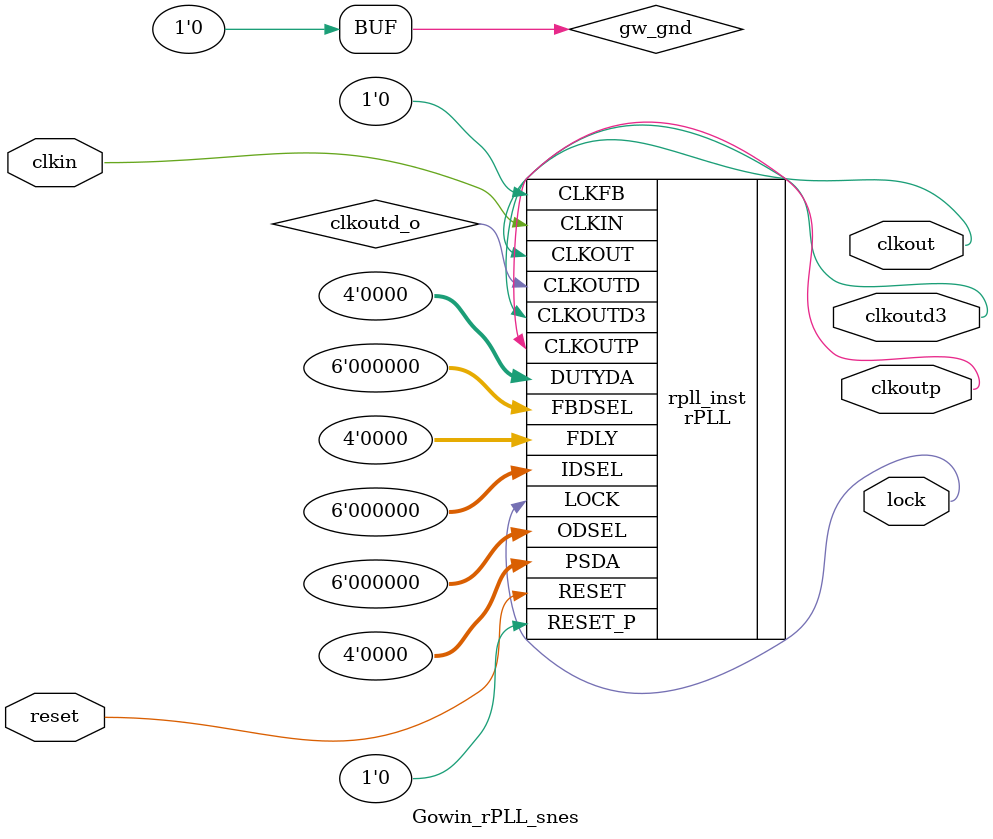
<source format=v>

module Gowin_rPLL_snes (
    output clkout, output clkoutd3, output clkoutp, output lock, input reset, input clkin);

wire clkoutd_o;
//wire clkoutd3_o;
wire gw_gnd;

assign gw_gnd = 1'b0;

rPLL rpll_inst (
    .CLKOUT(clkout),
    .LOCK(lock),
    .CLKOUTP(clkoutp),
    .CLKOUTD(clkoutd_o),
    .CLKOUTD3(clkoutd3),
    .RESET(reset),
    .RESET_P(gw_gnd),
    .CLKIN(clkin),
    .CLKFB(gw_gnd),
    .FBDSEL({gw_gnd,gw_gnd,gw_gnd,gw_gnd,gw_gnd,gw_gnd}),
    .IDSEL({gw_gnd,gw_gnd,gw_gnd,gw_gnd,gw_gnd,gw_gnd}),
    .ODSEL({gw_gnd,gw_gnd,gw_gnd,gw_gnd,gw_gnd,gw_gnd}),
    .PSDA({gw_gnd,gw_gnd,gw_gnd,gw_gnd}),
    .DUTYDA({gw_gnd,gw_gnd,gw_gnd,gw_gnd}),
    .FDLY({gw_gnd,gw_gnd,gw_gnd,gw_gnd})
);

// Target main clock: 21.477 * 5 = 107.385 Mhz

// 27 -> 27 Mhz, 1% off
//defparam rpll_inst.FBDIV_SEL = 0;
//defparam rpll_inst.IDIV_SEL = 0;
//defparam rpll_inst.ODIV_SEL = 32;

// 27 -> 108 Mhz, 0.6% deviation
//defparam rpll_inst.FBDIV_SEL = 3;
//defparam rpll_inst.IDIV_SEL = 0;
//defparam rpll_inst.ODIV_SEL = 8;

// 27 -> 64.125 Mhz (~64.431), -0.475% deviation
defparam rpll_inst.FBDIV_SEL = 18;
defparam rpll_inst.IDIV_SEL = 7;
defparam rpll_inst.ODIV_SEL = 8;


defparam rpll_inst.FCLKIN = "27";
defparam rpll_inst.DYN_IDIV_SEL = "false";
defparam rpll_inst.DYN_FBDIV_SEL = "false";
defparam rpll_inst.DYN_ODIV_SEL = "false";
defparam rpll_inst.PSDA_SEL = "1000";
defparam rpll_inst.DYN_DA_EN = "false";
defparam rpll_inst.DUTYDA_SEL = "1000";
defparam rpll_inst.CLKOUT_FT_DIR = 1'b1;
defparam rpll_inst.CLKOUTP_FT_DIR = 1'b1;
defparam rpll_inst.CLKOUT_DLY_STEP = 0;
defparam rpll_inst.CLKOUTP_DLY_STEP = 0;
defparam rpll_inst.CLKFB_SEL = "internal";
defparam rpll_inst.CLKOUT_BYPASS = "false";
defparam rpll_inst.CLKOUTP_BYPASS = "false";
defparam rpll_inst.CLKOUTD_BYPASS = "false";
defparam rpll_inst.DYN_SDIV_SEL = 2;
defparam rpll_inst.CLKOUTD_SRC = "CLKOUT";
defparam rpll_inst.CLKOUTD3_SRC = "CLKOUT";
defparam rpll_inst.DEVICE = "GW2AR-18C";

endmodule //Gowin_rPLL

</source>
